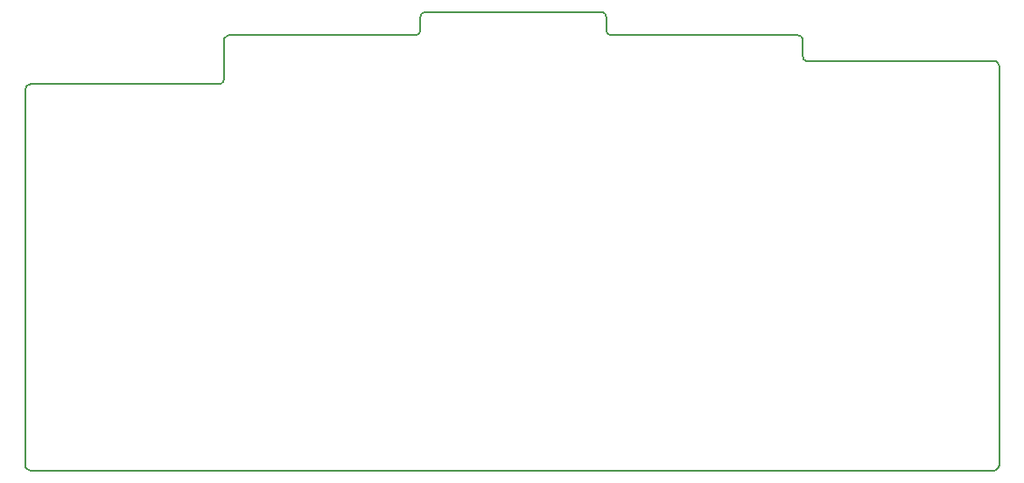
<source format=gm1>
G04 #@! TF.GenerationSoftware,KiCad,Pcbnew,5.1.9*
G04 #@! TF.CreationDate,2021-04-16T07:13:37-05:00*
G04 #@! TF.ProjectId,artboard,61727462-6f61-4726-942e-6b696361645f,2.0*
G04 #@! TF.SameCoordinates,Original*
G04 #@! TF.FileFunction,Profile,NP*
%FSLAX46Y46*%
G04 Gerber Fmt 4.6, Leading zero omitted, Abs format (unit mm)*
G04 Created by KiCad (PCBNEW 5.1.9) date 2021-04-16 07:13:37*
%MOMM*%
%LPD*%
G01*
G04 APERTURE LIST*
G04 #@! TA.AperFunction,Profile*
%ADD10C,0.200000*%
G04 #@! TD*
G04 APERTURE END LIST*
D10*
X50583768Y-36929478D02*
X32518900Y-36916778D01*
X107086012Y-34181200D02*
X107086012Y-32680062D01*
X125584814Y-34679040D02*
X107583851Y-34679040D01*
X31907185Y-37417157D02*
X31890300Y-73822700D01*
X87583911Y-29929244D02*
X70583708Y-29929244D01*
X88084291Y-31679303D02*
X88084291Y-30429624D01*
X95785563Y-32179682D02*
X88584670Y-32179682D01*
X126085193Y-35179419D02*
X126085193Y-36429098D01*
X125752454Y-34709520D02*
X125584814Y-34679040D01*
X125884533Y-34780640D02*
X125752454Y-34709520D01*
X125983593Y-34879700D02*
X125884533Y-34780640D01*
X126054713Y-35009239D02*
X125983593Y-34879700D01*
X126085193Y-35179419D02*
X126054713Y-35009239D01*
X51084147Y-32680062D02*
X51084147Y-36429098D01*
X57886261Y-32179682D02*
X51584527Y-32179682D01*
X70085868Y-30429624D02*
X70083328Y-31679303D01*
X126085193Y-36429098D02*
X126086200Y-73835400D01*
X32224684Y-74328382D02*
X32423700Y-74368800D01*
X32095145Y-74259802D02*
X32224684Y-74328382D01*
X31993545Y-74158202D02*
X32095145Y-74259802D01*
X31922425Y-74028662D02*
X31993545Y-74158202D01*
X31890300Y-73822700D02*
X31922425Y-74028662D01*
X31935125Y-37249517D02*
X31907185Y-37417157D01*
X32006245Y-37119977D02*
X31935125Y-37249517D01*
X32105305Y-37018377D02*
X32006245Y-37119977D01*
X32234844Y-36947258D02*
X32105305Y-37018377D01*
X32518900Y-36916778D02*
X32234844Y-36947258D01*
X31907185Y-37417157D02*
X31907185Y-37417157D01*
X51056207Y-36599278D02*
X51084147Y-36431638D01*
X50985087Y-36728818D02*
X51056207Y-36599278D01*
X50886027Y-36830418D02*
X50985087Y-36728818D01*
X50756488Y-36901538D02*
X50886027Y-36830418D01*
X50583768Y-36929478D02*
X50756488Y-36901538D01*
X51084147Y-36431638D02*
X51084147Y-36429098D01*
X51114627Y-32512422D02*
X51084147Y-32680062D01*
X51183207Y-32382882D02*
X51114627Y-32512422D01*
X51284807Y-32281282D02*
X51183207Y-32382882D01*
X51414347Y-32210162D02*
X51284807Y-32281282D01*
X51584527Y-32179682D02*
X51414347Y-32210162D01*
X70055389Y-31849483D02*
X70085868Y-31679303D01*
X69986809Y-31979022D02*
X70055389Y-31849483D01*
X69885209Y-32080622D02*
X69986809Y-31979022D01*
X69755669Y-32151742D02*
X69885209Y-32080622D01*
X69585489Y-32179682D02*
X69755669Y-32151742D01*
X70085868Y-31679303D02*
X70085868Y-31679303D01*
X70113808Y-30261984D02*
X70085868Y-30429624D01*
X70184928Y-30132444D02*
X70113808Y-30261984D01*
X70283988Y-30030844D02*
X70184928Y-30132444D01*
X70413528Y-29959724D02*
X70283988Y-30030844D01*
X70583708Y-29929244D02*
X70413528Y-29959724D01*
X70085868Y-30429624D02*
X70085868Y-30429624D01*
X87754091Y-29959724D02*
X87583911Y-29929244D01*
X87883631Y-30028304D02*
X87754091Y-29959724D01*
X87985231Y-30129904D02*
X87883631Y-30028304D01*
X88056351Y-30259444D02*
X87985231Y-30129904D01*
X88084291Y-30429624D02*
X88056351Y-30259444D01*
X87583911Y-29929244D02*
X87583911Y-29929244D01*
X88417030Y-32151742D02*
X88584670Y-32179682D01*
X88284951Y-32080622D02*
X88417030Y-32151742D01*
X88185891Y-31981562D02*
X88284951Y-32080622D01*
X88114771Y-31852023D02*
X88185891Y-31981562D01*
X88084291Y-31679303D02*
X88114771Y-31852023D01*
X88584670Y-32179682D02*
X88584670Y-32179682D01*
X106753272Y-32210162D02*
X106585632Y-32179682D01*
X106882812Y-32278742D02*
X106753272Y-32210162D01*
X106984412Y-32380342D02*
X106882812Y-32278742D01*
X107055532Y-32509882D02*
X106984412Y-32380342D01*
X107086012Y-32680062D02*
X107055532Y-32509882D01*
X107416212Y-34651100D02*
X107583851Y-34679040D01*
X107286672Y-34579980D02*
X107416212Y-34651100D01*
X107185072Y-34480920D02*
X107286672Y-34579980D01*
X107113952Y-34351380D02*
X107185072Y-34480920D01*
X107086012Y-34181200D02*
X107113952Y-34351380D01*
X126058538Y-74039607D02*
X126086200Y-73835400D01*
X125987418Y-74169147D02*
X126058538Y-74039607D01*
X125888358Y-74270747D02*
X125987418Y-74169147D01*
X125758818Y-74339327D02*
X125888358Y-74270747D01*
X125586098Y-74369807D02*
X125758818Y-74339327D01*
X106585632Y-32179682D02*
X95785563Y-32179682D01*
X32423700Y-74368800D02*
X125586098Y-74369807D01*
X69585489Y-32179682D02*
X57886261Y-32179682D01*
M02*

</source>
